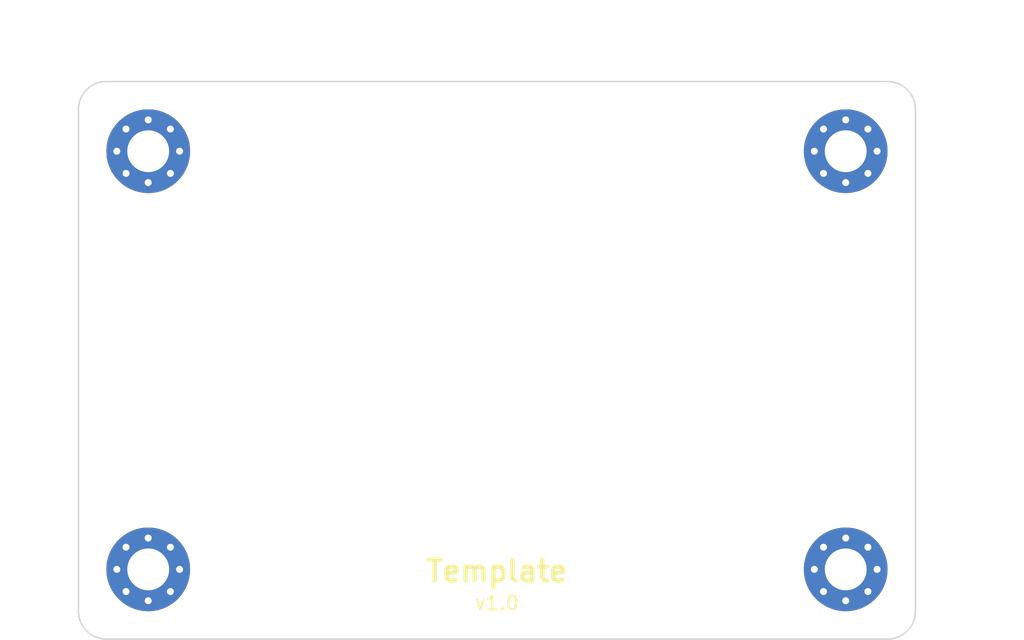
<source format=kicad_pcb>
(kicad_pcb (version 20221018) (generator pcbnew)
  (title_block (rev "${REVISION}") (company "Author:") (comment 1 "Reviewer:"))
  (layers (0 "F.Cu" signal) (31 "B.Cu" signal) (34 "B.Paste" user) (35 "F.Paste" user) (36 "B.SilkS" user "B.Silkscreen") (37 "F.SilkS" user "F.Silkscreen") (38 "B.Mask" user) (39 "F.Mask" user) (44 "Edge.Cuts" user))
  (property "REVISION" "1.0")
  (net 0 "")
  (footprint "MountingHole:MountingHole_3mm_Pad_Via" (layer "F.Cu") (at 171 81)
    (fp_text reference "REF**" hide)
    (fp_text value "MountingHole_3mm_Pad_Via")
    (pad "1" thru_hole circle (at -2.25 0) (size 0.8 0.8) (drill 0.5) (layers "*.Cu" "*.Mask"))
    (pad "1" thru_hole circle (at -1.59099 -1.59099) (size 0.8 0.8) (drill 0.5) (layers "*.Cu" "*.Mask"))
    (pad "1" thru_hole circle (at -1.59099 1.59099) (size 0.8 0.8) (drill 0.5) (layers "*.Cu" "*.Mask"))
    (pad "1" thru_hole circle (at 0 -2.25) (size 0.8 0.8) (drill 0.5) (layers "*.Cu" "*.Mask"))
    (pad "1" thru_hole circle (at 0 0) (size 6 6) (drill 3) (layers "*.Cu" "*.Mask"))
    (pad "1" thru_hole circle (at 0 2.25) (size 0.8 0.8) (drill 0.5) (layers "*.Cu" "*.Mask"))
    (pad "1" thru_hole circle (at 1.59099 -1.59099) (size 0.8 0.8) (drill 0.5) (layers "*.Cu" "*.Mask"))
    (pad "1" thru_hole circle (at 1.59099 1.59099) (size 0.8 0.8) (drill 0.5) (layers "*.Cu" "*.Mask"))
    (pad "1" thru_hole circle (at 2.25 0) (size 0.8 0.8) (drill 0.5) (layers "*.Cu" "*.Mask"))
  )
  (footprint "MountingHole:MountingHole_3mm_Pad_Via" (layer "F.Cu") (at 121 111)
    (fp_text reference "REF**" hide)
    (fp_text value "MountingHole_3mm_Pad_Via")
    (pad "1" thru_hole circle (at -2.25 0) (size 0.8 0.8) (drill 0.5) (layers "*.Cu" "*.Mask"))
    (pad "1" thru_hole circle (at -1.59099 -1.59099) (size 0.8 0.8) (drill 0.5) (layers "*.Cu" "*.Mask"))
    (pad "1" thru_hole circle (at -1.59099 1.59099) (size 0.8 0.8) (drill 0.5) (layers "*.Cu" "*.Mask"))
    (pad "1" thru_hole circle (at 0 -2.25) (size 0.8 0.8) (drill 0.5) (layers "*.Cu" "*.Mask"))
    (pad "1" thru_hole circle (at 0 0) (size 6 6) (drill 3) (layers "*.Cu" "*.Mask"))
    (pad "1" thru_hole circle (at 0 2.25) (size 0.8 0.8) (drill 0.5) (layers "*.Cu" "*.Mask"))
    (pad "1" thru_hole circle (at 1.59099 -1.59099) (size 0.8 0.8) (drill 0.5) (layers "*.Cu" "*.Mask"))
    (pad "1" thru_hole circle (at 1.59099 1.59099) (size 0.8 0.8) (drill 0.5) (layers "*.Cu" "*.Mask"))
    (pad "1" thru_hole circle (at 2.25 0) (size 0.8 0.8) (drill 0.5) (layers "*.Cu" "*.Mask"))
  )
  (footprint "MountingHole:MountingHole_3mm_Pad_Via" (layer "F.Cu") (at 121 81)
    (fp_text reference "REF**" hide)
    (fp_text value "MountingHole_3mm_Pad_Via")
    (pad "1" thru_hole circle (at -2.25 0) (size 0.8 0.8) (drill 0.5) (layers "*.Cu" "*.Mask"))
    (pad "1" thru_hole circle (at -1.59099 -1.59099) (size 0.8 0.8) (drill 0.5) (layers "*.Cu" "*.Mask"))
    (pad "1" thru_hole circle (at -1.59099 1.59099) (size 0.8 0.8) (drill 0.5) (layers "*.Cu" "*.Mask"))
    (pad "1" thru_hole circle (at 0 -2.25) (size 0.8 0.8) (drill 0.5) (layers "*.Cu" "*.Mask"))
    (pad "1" thru_hole circle (at 0 0) (size 6 6) (drill 3) (layers "*.Cu" "*.Mask"))
    (pad "1" thru_hole circle (at 0 2.25) (size 0.8 0.8) (drill 0.5) (layers "*.Cu" "*.Mask"))
    (pad "1" thru_hole circle (at 1.59099 -1.59099) (size 0.8 0.8) (drill 0.5) (layers "*.Cu" "*.Mask"))
    (pad "1" thru_hole circle (at 1.59099 1.59099) (size 0.8 0.8) (drill 0.5) (layers "*.Cu" "*.Mask"))
    (pad "1" thru_hole circle (at 2.25 0) (size 0.8 0.8) (drill 0.5) (layers "*.Cu" "*.Mask"))
  )
  (footprint "MountingHole:MountingHole_3mm_Pad_Via" (layer "F.Cu") (at 171 111)
    (fp_text reference "REF**" hide)
    (fp_text value "MountingHole_3mm_Pad_Via")
    (pad "1" thru_hole circle (at -2.25 0) (size 0.8 0.8) (drill 0.5) (layers "*.Cu" "*.Mask"))
    (pad "1" thru_hole circle (at -1.59099 -1.59099) (size 0.8 0.8) (drill 0.5) (layers "*.Cu" "*.Mask"))
    (pad "1" thru_hole circle (at -1.59099 1.59099) (size 0.8 0.8) (drill 0.5) (layers "*.Cu" "*.Mask"))
    (pad "1" thru_hole circle (at 0 -2.25) (size 0.8 0.8) (drill 0.5) (layers "*.Cu" "*.Mask"))
    (pad "1" thru_hole circle (at 0 0) (size 6 6) (drill 3) (layers "*.Cu" "*.Mask"))
    (pad "1" thru_hole circle (at 0 2.25) (size 0.8 0.8) (drill 0.5) (layers "*.Cu" "*.Mask"))
    (pad "1" thru_hole circle (at 1.59099 -1.59099) (size 0.8 0.8) (drill 0.5) (layers "*.Cu" "*.Mask"))
    (pad "1" thru_hole circle (at 1.59099 1.59099) (size 0.8 0.8) (drill 0.5) (layers "*.Cu" "*.Mask"))
    (pad "1" thru_hole circle (at 2.25 0) (size 0.8 0.8) (drill 0.5) (layers "*.Cu" "*.Mask"))
  )
  (gr_line (start 118 76) (end 174 76) (stroke (width 0.1)) (layer "Edge.Cuts"))
  (gr_line (start 116 114) (end 116 78) (stroke (width 0.1)) (layer "Edge.Cuts"))
  (gr_line (start 176 78) (end 176 114) (stroke (width 0.1)) (layer "Edge.Cuts"))
  (gr_arc (start 118 116) (mid 116.585786 115.414214) (end 116 114) (stroke (width 0.1)) (layer "Edge.Cuts"))
  (gr_arc (start 176 114) (mid 175.414214 115.414214) (end 174 116) (stroke (width 0.1)) (layer "Edge.Cuts"))
  (gr_arc (start 116 78) (mid 116.585786 76.585786) (end 118 76) (stroke (width 0.1)) (layer "Edge.Cuts"))
  (gr_line (start 174 116) (end 118 116) (stroke (width 0.1)) (layer "Edge.Cuts"))
  (gr_arc (start 174 76) (mid 175.414214 76.585786) (end 176 78) (stroke (width 0.1)) (layer "Edge.Cuts"))
  (gr_text "Template" (at 146 112) (layer "F.SilkS") (effects (font (size 1.5 1.5) (thickness 0.3) bold) (justify bottom)))
  (gr_text "v${REVISION}" (at 146 114) (layer "F.SilkS") (effects (font (size 1 1)) (justify bottom)))
)
</source>
